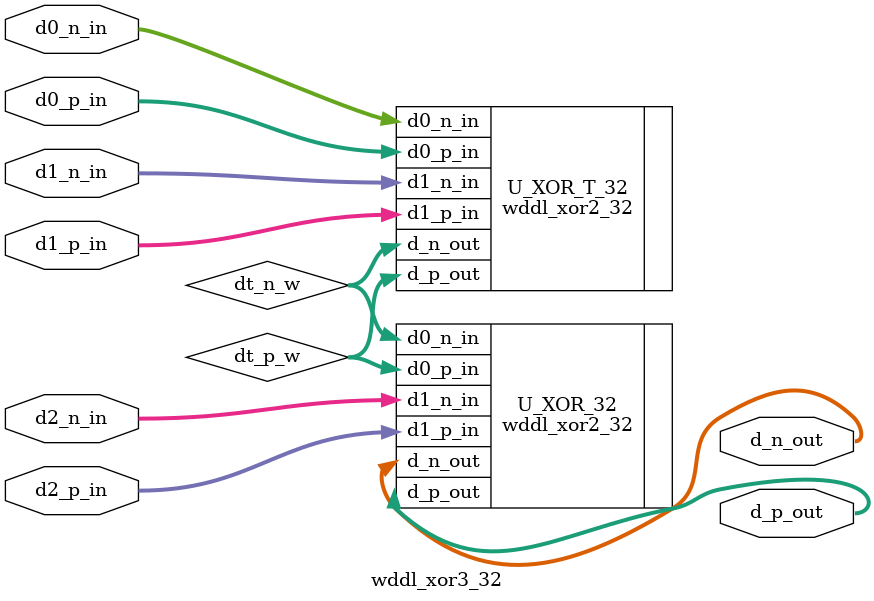
<source format=v>
module  wddl_xor3_32
(
 d0_p_in
,d0_n_in
,d1_p_in
,d1_n_in
,d2_p_in
,d2_n_in
,d_p_out
,d_n_out
);

input   [31 : 0]   d0_p_in, d0_n_in;
input   [31 : 0]   d1_p_in, d1_n_in;
input   [31 : 0]   d2_p_in, d2_n_in;
output  [31 : 0]   d_p_out, d_n_out;

wire    [31 : 0]   dt_p_w, dt_n_w;


wddl_xor2_32    U_XOR_T_32
(
 .d0_p_in   ( d0_p_in   )
,.d0_n_in   ( d0_n_in   )
,.d1_p_in   ( d1_p_in   )
,.d1_n_in   ( d1_n_in   )
,.d_p_out   ( dt_p_w    )
,.d_n_out   ( dt_n_w    )
);

wddl_xor2_32  U_XOR_32
(
 .d0_p_in   ( dt_p_w    )
,.d0_n_in   ( dt_n_w    )
,.d1_p_in   ( d2_p_in   )
,.d1_n_in   ( d2_n_in   )
,.d_p_out   ( d_p_out   )
,.d_n_out   ( d_n_out   )
);


endmodule


</source>
